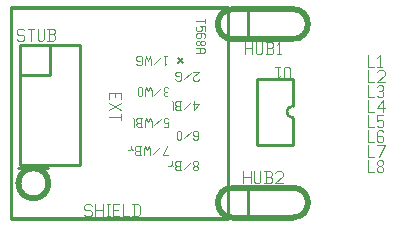
<source format=gbr>
G04 start of page 8 for group -4079 idx -4079 *
G04 Title: (unknown), topsilk *
G04 Creator: pcb 1.99z *
G04 CreationDate: Fri 14 Nov 2014 07:38:11 PM GMT UTC *
G04 For: commonadmin *
G04 Format: Gerber/RS-274X *
G04 PCB-Dimensions (mil): 1705.00 735.00 *
G04 PCB-Coordinate-Origin: lower left *
%MOIN*%
%FSLAX25Y25*%
%LNTOPSILK*%
%ADD72C,0.0040*%
%ADD71C,0.0200*%
%ADD70C,0.0030*%
%ADD69C,0.0060*%
%ADD68C,0.0100*%
G54D68*X44538Y71527D02*X73514D01*
Y57747D01*
G54D69*X58357Y54558D02*X56782Y52983D01*
Y54558D02*X58357Y52983D01*
G54D68*X1073Y71527D02*Y1054D01*
Y71527D02*X44577D01*
X1073Y1054D02*X44577D01*
X73514Y15976D02*Y1054D01*
X44538D02*X73514D01*
Y58771D02*Y13771D01*
G54D70*X53060Y25395D02*X51560Y22395D01*
X53435D01*
X50660Y25020D02*X48410Y22770D01*
X47510Y23895D02*Y22395D01*
Y23895D02*X47135Y25395D01*
X46385Y23895D01*
X45635Y25395D01*
X45260Y23895D01*
Y22395D01*
X42860Y25395D02*X44360D01*
X42860D02*X42485Y25020D01*
Y24120D01*
X42860Y23745D02*X42485Y24120D01*
X42860Y23745D02*X43985D01*
Y25395D02*Y22395D01*
X42860D02*X44360D01*
X42860D02*X42485Y22770D01*
Y23370D02*Y22770D01*
X42860Y23745D02*X42485Y23370D01*
X41210Y25395D02*Y24270D01*
X40835Y23895D01*
X40085D02*X40835D01*
X41585D02*X41210Y24270D01*
X63278Y19902D02*X62903Y20277D01*
X63278Y19902D02*Y19302D01*
X62753Y18777D01*
X62303D02*X62753D01*
X62303D02*X61778Y19302D01*
Y19902D02*Y19302D01*
X62153Y20277D02*X61778Y19902D01*
X62153Y20277D02*X62903D01*
X63278Y18252D02*X62753Y18777D01*
X63278Y18252D02*Y17652D01*
X62903Y17277D01*
X62153D02*X62903D01*
X62153D02*X61778Y17652D01*
Y18252D02*Y17652D01*
X62303Y18777D02*X61778Y18252D01*
X60878Y19902D02*X58628Y17652D01*
X56228Y20277D02*X57728D01*
X56228D02*X55853Y19902D01*
Y19002D01*
X56228Y18627D02*X55853Y19002D01*
X56228Y18627D02*X57353D01*
Y20277D02*Y17277D01*
X56228D02*X57728D01*
X56228D02*X55853Y17652D01*
Y18252D02*Y17652D01*
X56228Y18627D02*X55853Y18252D01*
X54578Y20277D02*Y19152D01*
X54203Y18777D01*
X53453D02*X54203D01*
X54953D02*X54578Y19152D01*
X62153Y27513D02*X61778Y27888D01*
X62153Y27513D02*X62903D01*
X63278Y27888D02*X62903Y27513D01*
X63278Y30138D02*Y27888D01*
Y30138D02*X62903Y30513D01*
X62153Y28863D02*X61778Y29238D01*
X62153Y28863D02*X63278D01*
X62153Y30513D02*X62903D01*
X62153D02*X61778Y30138D01*
Y29238D01*
X60878Y30138D02*X58628Y27888D01*
X57728Y30138D02*Y27888D01*
X57353Y27513D01*
X56603D02*X57353D01*
X56603D02*X56228Y27888D01*
Y30138D02*Y27888D01*
X56603Y30513D02*X56228Y30138D01*
X56603Y30513D02*X57353D01*
X57728Y30138D02*X57353Y30513D01*
X51935Y31844D02*X53435D01*
Y33344D02*Y31844D01*
Y33344D02*X53060Y32969D01*
X52310D02*X53060D01*
X52310D02*X51935Y33344D01*
Y34469D02*Y33344D01*
X52310Y34844D02*X51935Y34469D01*
X52310Y34844D02*X53060D01*
X53435Y34469D02*X53060Y34844D01*
X51035Y34469D02*X48785Y32219D01*
X47885Y33344D02*Y31844D01*
Y33344D02*X47510Y34844D01*
X46760Y33344D01*
X46010Y34844D01*
X45635Y33344D01*
Y31844D01*
X43235Y34844D02*X44735D01*
X43235D02*X42860Y34469D01*
Y33569D01*
X43235Y33194D02*X42860Y33569D01*
X43235Y33194D02*X44360D01*
Y34844D02*Y31844D01*
X43235D02*X44735D01*
X43235D02*X42860Y32219D01*
Y32819D02*Y32219D01*
X43235Y33194D02*X42860Y32819D01*
X41960Y34469D02*Y31844D01*
Y34469D02*X41585Y34844D01*
X63672Y39231D02*X62172Y37356D01*
X61797Y39231D02*X63672D01*
X62172Y40356D02*Y37356D01*
X60897Y39981D02*X58647Y37731D01*
X56247Y40356D02*X57747D01*
X56247D02*X55872Y39981D01*
Y39081D01*
X56247Y38706D02*X55872Y39081D01*
X56247Y38706D02*X57372D01*
Y40356D02*Y37356D01*
X56247D02*X57747D01*
X56247D02*X55872Y37731D01*
Y38331D02*Y37731D01*
X56247Y38706D02*X55872Y38331D01*
X54972Y39981D02*Y37356D01*
Y39981D02*X54597Y40356D01*
X53435Y42455D02*X53060Y42080D01*
X52310D02*X53060D01*
X52310D02*X51935Y42455D01*
X52310Y45080D02*X51935Y44705D01*
X52310Y45080D02*X53060D01*
X53435Y44705D02*X53060Y45080D01*
X52310Y43430D02*X53060D01*
X51935Y43055D02*Y42455D01*
Y44705D02*Y43805D01*
X52310Y43430D01*
X51935Y43055D02*X52310Y43430D01*
X51035Y44705D02*X48785Y42455D01*
X47885Y43580D02*Y42080D01*
Y43580D02*X47510Y45080D01*
X46760Y43580D01*
X46010Y45080D01*
X45635Y43580D01*
Y42080D01*
X44735Y44705D02*Y42455D01*
X44360Y42080D01*
X43610D02*X44360D01*
X43610D02*X43235Y42455D01*
Y44705D02*Y42455D01*
X43610Y45080D02*X43235Y44705D01*
X43610Y45080D02*X44360D01*
X44735Y44705D02*X44360Y45080D01*
X65678Y67708D02*Y66208D01*
X62678Y66958D02*X65678D01*
Y65308D02*Y63808D01*
X64178Y65308D02*X65678D01*
X64178D02*X64553Y64933D01*
Y64183D01*
X64178Y63808D01*
X63053D02*X64178D01*
X62678Y64183D02*X63053Y63808D01*
X62678Y64933D02*Y64183D01*
X63053Y65308D02*X62678Y64933D01*
X65678Y61783D02*X65303Y61408D01*
X65678Y62533D02*Y61783D01*
X65303Y62908D02*X65678Y62533D01*
X63053Y62908D02*X65303D01*
X63053D02*X62678Y62533D01*
X64328Y61783D02*X63953Y61408D01*
X64328Y62908D02*Y61783D01*
X62678Y62533D02*Y61783D01*
X63053Y61408D01*
X63953D01*
X63053Y60508D02*X62678Y60133D01*
X63053Y60508D02*X63653D01*
X64178Y59983D01*
Y59533D01*
X63653Y59008D01*
X63053D02*X63653D01*
X62678Y59383D02*X63053Y59008D01*
X62678Y60133D02*Y59383D01*
X64703Y60508D02*X64178Y59983D01*
X64703Y60508D02*X65303D01*
X65678Y60133D01*
Y59383D01*
X65303Y59008D01*
X64703D02*X65303D01*
X64178Y59533D02*X64703Y59008D01*
X62678Y58108D02*X64928D01*
X65678Y57583D01*
Y56758D01*
X64928Y56233D01*
X62678D02*X64928D01*
X64178Y58108D02*Y56233D01*
X63672Y47573D02*X63297Y47198D01*
X62172D02*X63297D01*
X62172D02*X61797Y47573D01*
Y48323D02*Y47573D01*
X63672Y50198D02*X61797Y48323D01*
Y50198D02*X63672D01*
X60897Y49823D02*X58647Y47573D01*
X56247Y47198D02*X55872Y47573D01*
X56247Y47198D02*X57372D01*
X57747Y47573D02*X57372Y47198D01*
X57747Y49823D02*Y47573D01*
Y49823D02*X57372Y50198D01*
X56247D02*X57372D01*
X56247D02*X55872Y49823D01*
Y49073D01*
X56247Y48698D02*X55872Y49073D01*
X56247Y48698D02*X56997D01*
X53042Y52916D02*X52442Y52316D01*
Y55316D02*Y52316D01*
X51917Y55316D02*X53042D01*
X51017Y54941D02*X48767Y52691D01*
X47867Y53816D02*Y52316D01*
Y53816D02*X47492Y55316D01*
X46742Y53816D01*
X45992Y55316D01*
X45617Y53816D01*
Y52316D01*
X43217D02*X42842Y52691D01*
X43217Y52316D02*X44342D01*
X44717Y52691D02*X44342Y52316D01*
X44717Y54941D02*Y52691D01*
Y54941D02*X44342Y55316D01*
X43217D02*X44342D01*
X43217D02*X42842Y54941D01*
Y54191D01*
X43217Y53816D02*X42842Y54191D01*
X43217Y53816D02*X43967D01*
G54D68*X94908Y47857D02*Y38657D01*
Y34857D02*Y25557D01*
X83108D02*X94908D01*
X83108Y47857D02*Y25557D01*
Y47857D02*X94908D01*
Y38657D02*G75*G03X94908Y34857I0J-1900D01*G01*
G54D71*X75000Y1500D02*X95000D01*
X75000Y11500D02*X95000D01*
G54D68*X80000D02*Y1500D01*
G54D71*X75000Y11500D02*G75*G03X75000Y1500I0J-5000D01*G01*
X95000D02*G75*G03X95000Y11500I0J5000D01*G01*
G54D68*X73453Y58957D02*Y13957D01*
Y71713D02*Y57933D01*
X44476Y1240D02*X73453D01*
Y16161D02*Y1240D01*
X1012D02*X44516D01*
X44476Y71713D02*X73453D01*
X1012D02*X44516D01*
X1012D02*Y1240D01*
G54D71*X13508Y12957D03*
X3508D03*
G54D68*Y17957D02*X13508D01*
G54D71*X3508Y12957D02*G75*G03X13508Y12957I5000J0D01*G01*
G75*G03X3508Y12957I-5000J0D01*G01*
G54D68*X4008Y58957D02*Y18957D01*
X24008D01*
Y58957D01*
X4008D01*
Y48957D02*X14008D01*
Y58957D01*
G54D71*X75000Y61000D02*X95000D01*
X75000Y71000D02*X95000D01*
G54D68*X80000D02*Y61000D01*
G54D71*X75000Y71000D02*G75*G03X75000Y61000I0J-5000D01*G01*
X95000D02*G75*G03X95000Y71000I0J5000D01*G01*
G54D72*X93908Y51357D02*Y47857D01*
Y51357D02*X93408Y51857D01*
X92408D02*X93408D01*
X92408D02*X91908Y51357D01*
Y47857D01*
X90708Y48657D02*X89908Y47857D01*
Y51857D02*Y47857D01*
X89208Y51857D02*X90708D01*
X35808Y43057D02*Y41557D01*
X33608Y43057D02*Y41057D01*
Y43057D02*X37608D01*
Y41057D01*
X33608Y39857D02*X37608Y37357D01*
Y39857D02*X33608Y37357D01*
X37608Y36157D02*Y34157D01*
X33608Y35157D02*X37608D01*
X5008Y64457D02*X5508Y63957D01*
X3508Y64457D02*X5008D01*
X3008Y63957D02*X3508Y64457D01*
X3008Y63957D02*Y62957D01*
X3508Y62457D01*
X5008D01*
X5508Y61957D01*
Y60957D01*
X5008Y60457D02*X5508Y60957D01*
X3508Y60457D02*X5008D01*
X3008Y60957D02*X3508Y60457D01*
X6708Y64457D02*X8708D01*
X7708D02*Y60457D01*
X9908Y64457D02*Y60957D01*
X10408Y60457D01*
X11408D01*
X11908Y60957D01*
Y64457D02*Y60957D01*
X13108Y60457D02*X15108D01*
X15608Y60957D01*
Y62157D02*Y60957D01*
X15108Y62657D02*X15608Y62157D01*
X13608Y62657D02*X15108D01*
X13608Y64457D02*Y60457D01*
X13108Y64457D02*X15108D01*
X15608Y63957D01*
Y63157D01*
X15108Y62657D02*X15608Y63157D01*
X79000Y60000D02*Y56000D01*
X81500Y60000D02*Y56000D01*
X79000Y58000D02*X81500D01*
X82700Y60000D02*Y56500D01*
X83200Y56000D01*
X84200D01*
X84700Y56500D01*
Y60000D02*Y56500D01*
X85900Y56000D02*X87900D01*
X88400Y56500D01*
Y57700D02*Y56500D01*
X87900Y58200D02*X88400Y57700D01*
X86400Y58200D02*X87900D01*
X86400Y60000D02*Y56000D01*
X85900Y60000D02*X87900D01*
X88400Y59500D01*
Y58700D01*
X87900Y58200D02*X88400Y58700D01*
X89600Y59200D02*X90400Y60000D01*
Y56000D01*
X89600D02*X91100D01*
X78500Y17000D02*Y13000D01*
X81000Y17000D02*Y13000D01*
X78500Y15000D02*X81000D01*
X82200Y17000D02*Y13500D01*
X82700Y13000D01*
X83700D01*
X84200Y13500D01*
Y17000D02*Y13500D01*
X85400Y13000D02*X87400D01*
X87900Y13500D01*
Y14700D02*Y13500D01*
X87400Y15200D02*X87900Y14700D01*
X85900Y15200D02*X87400D01*
X85900Y17000D02*Y13000D01*
X85400Y17000D02*X87400D01*
X87900Y16500D01*
Y15700D01*
X87400Y15200D02*X87900Y15700D01*
X89100Y16500D02*X89600Y17000D01*
X91100D01*
X91600Y16500D01*
Y15500D01*
X89100Y13000D02*X91600Y15500D01*
X89100Y13000D02*X91600D01*
X27508Y5957D02*X28008Y5457D01*
X26008Y5957D02*X27508D01*
X25508Y5457D02*X26008Y5957D01*
X25508Y5457D02*Y4457D01*
X26008Y3957D01*
X27508D01*
X28008Y3457D01*
Y2457D01*
X27508Y1957D02*X28008Y2457D01*
X26008Y1957D02*X27508D01*
X25508Y2457D02*X26008Y1957D01*
X29208Y5957D02*Y1957D01*
X31708Y5957D02*Y1957D01*
X29208Y3957D02*X31708D01*
X32908Y5957D02*X33908D01*
X33408D02*Y1957D01*
X32908D02*X33908D01*
X35108Y4157D02*X36608D01*
X35108Y1957D02*X37108D01*
X35108Y5957D02*Y1957D01*
Y5957D02*X37108D01*
X38308D02*Y1957D01*
X40308D01*
X42008Y5957D02*Y1957D01*
X43308Y5957D02*X44008Y5257D01*
Y2657D01*
X43308Y1957D02*X44008Y2657D01*
X41508Y1957D02*X43308D01*
X41508Y5957D02*X43308D01*
X119917Y55607D02*Y51607D01*
X121917D01*
X123117Y54807D02*X123917Y55607D01*
Y51607D01*
X123117D02*X124617D01*
X119917Y40607D02*Y36607D01*
X121917D01*
X123117Y38107D02*X125117Y40607D01*
X123117Y38107D02*X125617D01*
X125117Y40607D02*Y36607D01*
X119917Y45607D02*Y41607D01*
X121917D01*
X123117Y45107D02*X123617Y45607D01*
X124617D01*
X125117Y45107D01*
X124617Y41607D02*X125117Y42107D01*
X123617Y41607D02*X124617D01*
X123117Y42107D02*X123617Y41607D01*
Y43807D02*X124617D01*
X125117Y45107D02*Y44307D01*
Y43307D02*Y42107D01*
Y43307D02*X124617Y43807D01*
X125117Y44307D02*X124617Y43807D01*
X119917Y50607D02*Y46607D01*
X121917D01*
X123117Y50107D02*X123617Y50607D01*
X125117D01*
X125617Y50107D01*
Y49107D01*
X123117Y46607D02*X125617Y49107D01*
X123117Y46607D02*X125617D01*
X119917Y20607D02*Y16607D01*
X121917D01*
X123117Y17107D02*X123617Y16607D01*
X123117Y17907D02*Y17107D01*
Y17907D02*X123817Y18607D01*
X124417D01*
X125117Y17907D01*
Y17107D01*
X124617Y16607D02*X125117Y17107D01*
X123617Y16607D02*X124617D01*
X123117Y19307D02*X123817Y18607D01*
X123117Y20107D02*Y19307D01*
Y20107D02*X123617Y20607D01*
X124617D01*
X125117Y20107D01*
Y19307D01*
X124417Y18607D02*X125117Y19307D01*
X119917Y25607D02*Y21607D01*
X121917D01*
X123617D02*X125617Y25607D01*
X123117D02*X125617D01*
X119917Y30607D02*Y26607D01*
X121917D01*
X124617Y30607D02*X125117Y30107D01*
X123617Y30607D02*X124617D01*
X123117Y30107D02*X123617Y30607D01*
X123117Y30107D02*Y27107D01*
X123617Y26607D01*
X124617Y28807D02*X125117Y28307D01*
X123117Y28807D02*X124617D01*
X123617Y26607D02*X124617D01*
X125117Y27107D01*
Y28307D02*Y27107D01*
X119917Y35607D02*Y31607D01*
X121917D01*
X123117Y35607D02*X125117D01*
X123117D02*Y33607D01*
X123617Y34107D01*
X124617D01*
X125117Y33607D01*
Y32107D01*
X124617Y31607D02*X125117Y32107D01*
X123617Y31607D02*X124617D01*
X123117Y32107D02*X123617Y31607D01*
M02*

</source>
